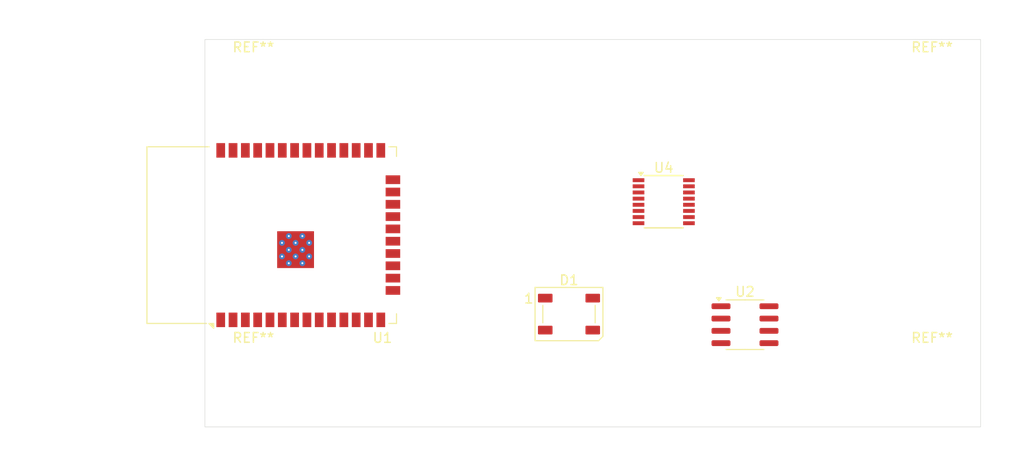
<source format=kicad_pcb>
(kicad_pcb (version 20240108) (generator "pcbnew") (generator_version "8.0")
  (layers (0 "F.Cu" signal) (31 "B.Cu" signal) (34 "B.Paste" user) (35 "F.Paste" user) (36 "B.SilkS" user "B.Silkscreen") (37 "F.SilkS" user "F.Silkscreen") (38 "B.Mask" user) (39 "F.Mask" user) (44 "Edge.Cuts" user))
  (net 0 "")
  (net 5 "Net-(U1-GND-Pad1)")
  (footprint "Package_SO:SSOP-16_3.9x4.9mm_P0.635mm" (layer "F.Cu") (at 147.32 126.746)
    (property "Reference" "U4" (at 0 -3.5 0) (layer "F.SilkS"))
    (property "Value" "FT230XS")
    (fp_line (start -2 -2.7) (end 2 -2.7) (stroke (width 0.15)) (layer "F.SilkS"))
    (fp_line (start -2 2.7) (end 2 2.7) (stroke (width 0.15)) (layer "F.SilkS"))
    (fp_poly (pts (xy -2.35 -2.7) (xy -2.59 -3.03) (xy -2.11 -3.03) (xy -2.35 -2.7)) (stroke (width 0.12)) (fill solid) (layer "F.SilkS"))
    (pad "1" smd rect (at -2.6 -2.2225) (size 1.2 0.4) (layers "F.Cu" "F.Paste" "F.Mask"))
    (pad "2" smd rect (at -2.6 -1.5875) (size 1.2 0.4) (layers "F.Cu" "F.Paste" "F.Mask"))
    (pad "3" smd rect (at -2.6 -0.9525) (size 1.2 0.4) (layers "F.Cu" "F.Paste" "F.Mask"))
    (pad "4" smd rect (at -2.6 -0.3175) (size 1.2 0.4) (layers "F.Cu" "F.Paste" "F.Mask"))
    (pad "5" smd rect (at -2.6 0.3175) (size 1.2 0.4) (layers "F.Cu" "F.Paste" "F.Mask"))
    (pad "6" smd rect (at -2.6 0.9525) (size 1.2 0.4) (layers "F.Cu" "F.Paste" "F.Mask"))
    (pad "7" smd rect (at -2.6 1.5875) (size 1.2 0.4) (layers "F.Cu" "F.Paste" "F.Mask"))
    (pad "8" smd rect (at -2.6 2.2225) (size 1.2 0.4) (layers "F.Cu" "F.Paste" "F.Mask"))
    (pad "9" smd rect (at 2.6 2.2225) (size 1.2 0.4) (layers "F.Cu" "F.Paste" "F.Mask"))
    (pad "10" smd rect (at 2.6 1.5875) (size 1.2 0.4) (layers "F.Cu" "F.Paste" "F.Mask"))
    (pad "11" smd rect (at 2.6 0.9525) (size 1.2 0.4) (layers "F.Cu" "F.Paste" "F.Mask"))
    (pad "12" smd rect (at 2.6 0.3175) (size 1.2 0.4) (layers "F.Cu" "F.Paste" "F.Mask"))
    (pad "13" smd rect (at 2.6 -0.3175) (size 1.2 0.4) (layers "F.Cu" "F.Paste" "F.Mask"))
    (pad "14" smd rect (at 2.6 -0.9525) (size 1.2 0.4) (layers "F.Cu" "F.Paste" "F.Mask"))
    (pad "15" smd rect (at 2.6 -1.5875) (size 1.2 0.4) (layers "F.Cu" "F.Paste" "F.Mask"))
    (pad "16" smd rect (at 2.6 -2.2225) (size 1.2 0.4) (layers "F.Cu" "F.Paste" "F.Mask"))
  )
  (footprint "MountingHole:MountingHole_3.2mm_M3" (layer "F.Cu") (at 175 145)
    (property "Reference" "REF**" (at 0 -4.2 0) (layer "F.SilkS"))
    (property "Value" "MountingHole_3.2mm_M3")
    (pad "" np_thru_hole circle (at 0 0) (size 3.2 3.2) (drill 3.2) (layers "*.Cu" "*.Mask"))
  )
  (footprint "MountingHole:MountingHole_3.2mm_M3" (layer "F.Cu") (at 175 115)
    (property "Reference" "REF**" (at 0 -4.2 0) (layer "F.SilkS"))
    (property "Value" "MountingHole_3.2mm_M3")
    (pad "" np_thru_hole circle (at 0 0) (size 3.2 3.2) (drill 3.2) (layers "*.Cu" "*.Mask"))
  )
  (footprint "MountingHole:MountingHole_3.2mm_M3" (layer "F.Cu") (at 105 115)
    (property "Reference" "REF**" (at 0 -4.2 0) (layer "F.SilkS"))
    (property "Value" "MountingHole_3.2mm_M3")
    (pad "" np_thru_hole circle (at 0 0) (size 3.2 3.2) (drill 3.2) (layers "*.Cu" "*.Mask"))
  )
  (footprint "Package_SO:SOIC-8_3.9x4.9mm_P1.27mm" (layer "F.Cu") (at 155.702 139.446)
    (property "Reference" "U2" (at 0 -3.4 0) (layer "F.SilkS"))
    (property "Value" "MCP2562-E-SN")
    (fp_line (start 0 -2.56) (end -1.95 -2.56) (stroke (width 0.12)) (layer "F.SilkS"))
    (fp_line (start 0 -2.56) (end 1.95 -2.56) (stroke (width 0.12)) (layer "F.SilkS"))
    (fp_line (start 0 2.56) (end -1.95 2.56) (stroke (width 0.12)) (layer "F.SilkS"))
    (fp_line (start 0 2.56) (end 1.95 2.56) (stroke (width 0.12)) (layer "F.SilkS"))
    (fp_poly (pts (xy -2.7 -2.465) (xy -2.94 -2.795) (xy -2.46 -2.795) (xy -2.7 -2.465)) (stroke (width 0.12)) (fill solid) (layer "F.SilkS"))
    (pad "1" smd roundrect (at -2.475 -1.905) (size 1.95 0.6) (layers "F.Cu" "F.Paste" "F.Mask"))
    (pad "2" smd roundrect (at -2.475 -0.635) (size 1.95 0.6) (layers "F.Cu" "F.Paste" "F.Mask"))
    (pad "3" smd roundrect (at -2.475 0.635) (size 1.95 0.6) (layers "F.Cu" "F.Paste" "F.Mask"))
    (pad "4" smd roundrect (at -2.475 1.905) (size 1.95 0.6) (layers "F.Cu" "F.Paste" "F.Mask"))
    (pad "5" smd roundrect (at 2.475 1.905) (size 1.95 0.6) (layers "F.Cu" "F.Paste" "F.Mask"))
    (pad "6" smd roundrect (at 2.475 0.635) (size 1.95 0.6) (layers "F.Cu" "F.Paste" "F.Mask"))
    (pad "7" smd roundrect (at 2.475 -0.635) (size 1.95 0.6) (layers "F.Cu" "F.Paste" "F.Mask"))
    (pad "8" smd roundrect (at 2.475 -1.905) (size 1.95 0.6) (layers "F.Cu" "F.Paste" "F.Mask"))
  )
  (footprint "LED_SMD:LED_WS2812B_PLCC4_5.0x5.0mm_P3.2mm" (layer "F.Cu") (at 137.55 138.35)
    (property "Reference" "D1" (at 0 -3.5 0) (layer "F.SilkS"))
    (property "Value" "WS2812B")
    (fp_line (start -3.5 -2.75) (end -3.5 2.75) (stroke (width 0.12)) (layer "F.SilkS"))
    (fp_line (start -3.5 -2.75) (end 3.5 -2.75) (stroke (width 0.12)) (layer "F.SilkS"))
    (fp_line (start -3.5 2.75) (end 3.05 2.75) (stroke (width 0.12)) (layer "F.SilkS"))
    (fp_line (start -2.7 0.9) (end -2.7 -0.9) (stroke (width 0.12)) (layer "F.SilkS"))
    (fp_line (start 2.7 0.9) (end 2.7 -0.9) (stroke (width 0.12)) (layer "F.SilkS"))
    (fp_line (start 3.05 2.75) (end 3.5 2.3) (stroke (width 0.12)) (layer "F.SilkS"))
    (fp_line (start 3.5 2.3) (end 3.5 -2.75) (stroke (width 0.12)) (layer "F.SilkS"))
    (fp_text user "1" (at -4.15 -1.6 0) (layer "F.SilkS"))
    (pad "1" smd roundrect (at -2.45 -1.65) (size 1.5 0.9) (layers "F.Cu" "F.Paste" "F.Mask") (roundrect_rratio 0.1))
    (pad "2" smd roundrect (at -2.45 1.65) (size 1.5 0.9) (layers "F.Cu" "F.Paste" "F.Mask") (roundrect_rratio 0.1))
    (pad "3" smd roundrect (at 2.45 1.65) (size 1.5 0.9) (layers "F.Cu" "F.Paste" "F.Mask") (roundrect_rratio 0.1))
    (pad "4" smd roundrect (at 2.45 -1.65) (size 1.5 0.9) (layers "F.Cu" "F.Paste" "F.Mask") (roundrect_rratio 0.1))
  )
  (footprint "RF_Module:ESP32-WROOM-32D" (layer "F.Cu") (at 109.88 130.196 90)
    (property "Reference" "U1" (at -10.61 8.43 360) (layer "F.SilkS"))
    (property "Value" "ESP32-WROOM-32E")
    (fp_line (start 9.12 -15.86) (end 9.12 -9.445) (stroke (width 0.12)) (layer "F.SilkS"))
    (fp_line (start -9.12 -15.86) (end 9.12 -15.86) (stroke (width 0.12)) (layer "F.SilkS"))
    (fp_line (start -9.12 -15.86) (end -9.12 -9.7) (stroke (width 0.12)) (layer "F.SilkS"))
    (fp_line (start 9.12 9.1) (end 9.12 9.88) (stroke (width 0.12)) (layer "F.SilkS"))
    (fp_line (start -9.12 9.1) (end -9.12 9.88) (stroke (width 0.12)) (layer "F.SilkS"))
    (fp_line (start 9.12 9.88) (end 8.12 9.88) (stroke (width 0.12)) (layer "F.SilkS"))
    (fp_line (start -9.12 9.88) (end -8.12 9.88) (stroke (width 0.12)) (layer "F.SilkS"))
    (fp_poly (pts (xy -9.125 -8.975) (xy -9.625 -8.975) (xy -9.125 -9.475) (xy -9.125 -8.975)) (stroke (width 0.12)) (fill solid) (layer "F.SilkS"))
    (pad "1" smd rect (at -8.75 -8.25 90) (size 1.5 0.9) (layers "F.Cu" "F.Paste" "F.Mask") (net 5 "Net-(U1-GND-Pad1)"))
    (pad "2" smd rect (at -8.75 -6.98 90) (size 1.5 0.9) (layers "F.Cu" "F.Paste" "F.Mask"))
    (pad "3" smd rect (at -8.75 -5.71 90) (size 1.5 0.9) (layers "F.Cu" "F.Paste" "F.Mask"))
    (pad "4" smd rect (at -8.75 -4.44 90) (size 1.5 0.9) (layers "F.Cu" "F.Paste" "F.Mask"))
    (pad "5" smd rect (at -8.75 -3.17 90) (size 1.5 0.9) (layers "F.Cu" "F.Paste" "F.Mask"))
    (pad "6" smd rect (at -8.75 -1.9 90) (size 1.5 0.9) (layers "F.Cu" "F.Paste" "F.Mask"))
    (pad "7" smd rect (at -8.75 -0.63 90) (size 1.5 0.9) (layers "F.Cu" "F.Paste" "F.Mask"))
    (pad "8" smd rect (at -8.75 0.64 90) (size 1.5 0.9) (layers "F.Cu" "F.Paste" "F.Mask"))
    (pad "9" smd rect (at -8.75 1.91 90) (size 1.5 0.9) (layers "F.Cu" "F.Paste" "F.Mask"))
    (pad "10" smd rect (at -8.75 3.18 90) (size 1.5 0.9) (layers "F.Cu" "F.Paste" "F.Mask"))
    (pad "11" smd rect (at -8.75 4.45 90) (size 1.5 0.9) (layers "F.Cu" "F.Paste" "F.Mask"))
    (pad "12" smd rect (at -8.75 5.72 90) (size 1.5 0.9) (layers "F.Cu" "F.Paste" "F.Mask"))
    (pad "13" smd rect (at -8.75 6.99 90) (size 1.5 0.9) (layers "F.Cu" "F.Paste" "F.Mask"))
    (pad "14" smd rect (at -8.75 8.26 90) (size 1.5 0.9) (layers "F.Cu" "F.Paste" "F.Mask"))
    (pad "15" smd rect (at -5.71 9.51 180) (size 1.5 0.9) (layers "F.Cu" "F.Paste" "F.Mask") (net 5 "Net-(U1-GND-Pad1)"))
    (pad "16" smd rect (at -4.44 9.51 180) (size 1.5 0.9) (layers "F.Cu" "F.Paste" "F.Mask"))
    (pad "17" smd rect (at -3.17 9.51 180) (size 1.5 0.9) (layers "F.Cu" "F.Paste" "F.Mask"))
    (pad "18" smd rect (at -1.9 9.51 180) (size 1.5 0.9) (layers "F.Cu" "F.Paste" "F.Mask"))
    (pad "19" smd rect (at -0.63 9.51 180) (size 1.5 0.9) (layers "F.Cu" "F.Paste" "F.Mask"))
    (pad "20" smd rect (at 0.64 9.51 180) (size 1.5 0.9) (layers "F.Cu" "F.Paste" "F.Mask"))
    (pad "21" smd rect (at 1.91 9.51 180) (size 1.5 0.9) (layers "F.Cu" "F.Paste" "F.Mask"))
    (pad "22" smd rect (at 3.18 9.51 180) (size 1.5 0.9) (layers "F.Cu" "F.Paste" "F.Mask"))
    (pad "23" smd rect (at 4.45 9.51 180) (size 1.5 0.9) (layers "F.Cu" "F.Paste" "F.Mask"))
    (pad "24" smd rect (at 5.72 9.51 180) (size 1.5 0.9) (layers "F.Cu" "F.Paste" "F.Mask"))
    (pad "25" smd rect (at 8.75 8.26 90) (size 1.5 0.9) (layers "F.Cu" "F.Paste" "F.Mask"))
    (pad "26" smd rect (at 8.75 6.99 90) (size 1.5 0.9) (layers "F.Cu" "F.Paste" "F.Mask"))
    (pad "27" smd rect (at 8.75 5.72 90) (size 1.5 0.9) (layers "F.Cu" "F.Paste" "F.Mask"))
    (pad "28" smd rect (at 8.75 4.45 90) (size 1.5 0.9) (layers "F.Cu" "F.Paste" "F.Mask"))
    (pad "29" smd rect (at 8.75 3.18 90) (size 1.5 0.9) (layers "F.Cu" "F.Paste" "F.Mask"))
    (pad "30" smd rect (at 8.75 1.91 90) (size 1.5 0.9) (layers "F.Cu" "F.Paste" "F.Mask"))
    (pad "31" smd rect (at 8.75 0.64 90) (size 1.5 0.9) (layers "F.Cu" "F.Paste" "F.Mask"))
    (pad "32" smd rect (at 8.75 -0.63 90) (size 1.5 0.9) (layers "F.Cu" "F.Paste" "F.Mask"))
    (pad "33" smd rect (at 8.75 -1.9 90) (size 1.5 0.9) (layers "F.Cu" "F.Paste" "F.Mask"))
    (pad "34" smd rect (at 8.75 -3.17 90) (size 1.5 0.9) (layers "F.Cu" "F.Paste" "F.Mask"))
    (pad "35" smd rect (at 8.75 -4.44 90) (size 1.5 0.9) (layers "F.Cu" "F.Paste" "F.Mask"))
    (pad "36" smd rect (at 8.75 -5.71 90) (size 1.5 0.9) (layers "F.Cu" "F.Paste" "F.Mask"))
    (pad "37" smd rect (at 8.75 -6.98 90) (size 1.5 0.9) (layers "F.Cu" "F.Paste" "F.Mask"))
    (pad "38" smd rect (at 8.75 -8.25 90) (size 1.5 0.9) (layers "F.Cu" "F.Paste" "F.Mask") (net 5 "Net-(U1-GND-Pad1)"))
    (pad "39" smd rect (at -2.9 -1.93 90) (size 0.9 0.9) (layers "F.Cu" "F.Paste") (net 5 "Net-(U1-GND-Pad1)"))
    (pad "39" thru_hole circle (at -2.9 -1.23 90) (size 0.6 0.6) (drill 0.2) (property pad_prop_heatsink) (layers "*.Cu" "F.Mask") (net 5 "Net-(U1-GND-Pad1)"))
    (pad "39" smd rect (at -2.9 -0.53 90) (size 0.9 0.9) (layers "F.Cu" "F.Paste") (net 5 "Net-(U1-GND-Pad1)"))
    (pad "39" thru_hole circle (at -2.9 0.17 90) (size 0.6 0.6) (drill 0.2) (property pad_prop_heatsink) (layers "*.Cu" "F.Mask") (net 5 "Net-(U1-GND-Pad1)"))
    (pad "39" smd rect (at -2.9 0.87 90) (size 0.9 0.9) (layers "F.Cu" "F.Paste") (net 5 "Net-(U1-GND-Pad1)"))
    (pad "39" thru_hole circle (at -2.2 -1.93 90) (size 0.6 0.6) (drill 0.2) (property pad_prop_heatsink) (layers "*.Cu" "F.Mask") (net 5 "Net-(U1-GND-Pad1)"))
    (pad "39" thru_hole circle (at -2.2 -0.53 90) (size 0.6 0.6) (drill 0.2) (property pad_prop_heatsink) (layers "*.Cu" "F.Mask") (net 5 "Net-(U1-GND-Pad1)"))
    (pad "39" thru_hole circle (at -2.2 0.87 90) (size 0.6 0.6) (drill 0.2) (property pad_prop_heatsink) (layers "*.Cu" "F.Mask") (net 5 "Net-(U1-GND-Pad1)"))
    (pad "39" thru_hole circle (at -1.525 -1.23 90) (size 0.6 0.6) (drill 0.2) (property pad_prop_heatsink) (layers "*.Cu" "F.Mask") (net 5 "Net-(U1-GND-Pad1)"))
    (pad "39" thru_hole circle (at -1.525 0.17 90) (size 0.6 0.6) (drill 0.2) (property pad_prop_heatsink) (layers "*.Cu" "F.Mask") (net 5 "Net-(U1-GND-Pad1)"))
    (pad "39" smd rect (at -1.5 -1.93 90) (size 0.9 0.9) (layers "F.Cu" "F.Paste") (net 5 "Net-(U1-GND-Pad1)"))
    (pad "39" smd rect (at -1.5 -0.53 90) (size 0.9 0.9) (layers "F.Cu" "F.Paste") (net 5 "Net-(U1-GND-Pad1)"))
    (pad "39" smd rect (at -1.5 -0.53 90) (size 3.8 3.8) (layers "F.Cu" "F.Mask") (net 5 "Net-(U1-GND-Pad1)"))
    (pad "39" smd rect (at -1.5 0.87 90) (size 0.9 0.9) (layers "F.Cu" "F.Paste") (net 5 "Net-(U1-GND-Pad1)"))
    (pad "39" thru_hole circle (at -0.8 -1.93 90) (size 0.6 0.6) (drill 0.2) (property pad_prop_heatsink) (layers "*.Cu" "F.Mask") (net 5 "Net-(U1-GND-Pad1)"))
    (pad "39" thru_hole circle (at -0.8 -0.53 90) (size 0.6 0.6) (drill 0.2) (property pad_prop_heatsink) (layers "*.Cu" "F.Mask") (net 5 "Net-(U1-GND-Pad1)"))
    (pad "39" thru_hole circle (at -0.8 0.87 90) (size 0.6 0.6) (drill 0.2) (property pad_prop_heatsink) (layers "*.Cu" "F.Mask") (net 5 "Net-(U1-GND-Pad1)"))
    (pad "39" smd rect (at -0.1 -1.93 90) (size 0.9 0.9) (layers "F.Cu" "F.Paste") (net 5 "Net-(U1-GND-Pad1)"))
    (pad "39" thru_hole circle (at -0.1 -1.23 90) (size 0.6 0.6) (drill 0.2) (property pad_prop_heatsink) (layers "*.Cu" "F.Mask") (net 5 "Net-(U1-GND-Pad1)"))
    (pad "39" smd rect (at -0.1 -0.53 90) (size 0.9 0.9) (layers "F.Cu" "F.Paste") (net 5 "Net-(U1-GND-Pad1)"))
    (pad "39" thru_hole circle (at -0.1 0.17 90) (size 0.6 0.6) (drill 0.2) (property pad_prop_heatsink) (layers "*.Cu" "F.Mask") (net 5 "Net-(U1-GND-Pad1)"))
    (pad "39" smd rect (at -0.1 0.87 90) (size 0.9 0.9) (layers "F.Cu" "F.Paste") (net 5 "Net-(U1-GND-Pad1)"))
  )
  (footprint "MountingHole:MountingHole_3.2mm_M3" (layer "F.Cu") (at 105 145)
    (property "Reference" "REF**" (at 0 -4.2 0) (layer "F.SilkS"))
    (property "Value" "MountingHole_3.2mm_M3")
    (pad "" np_thru_hole circle (at 0 0) (size 3.2 3.2) (drill 3.2) (layers "*.Cu" "*.Mask"))
  )
  (gr_rect (start 100 110) (end 180 150) (stroke (width 0.05)) (fill none) (layer "Edge.Cuts"))
)
</source>
